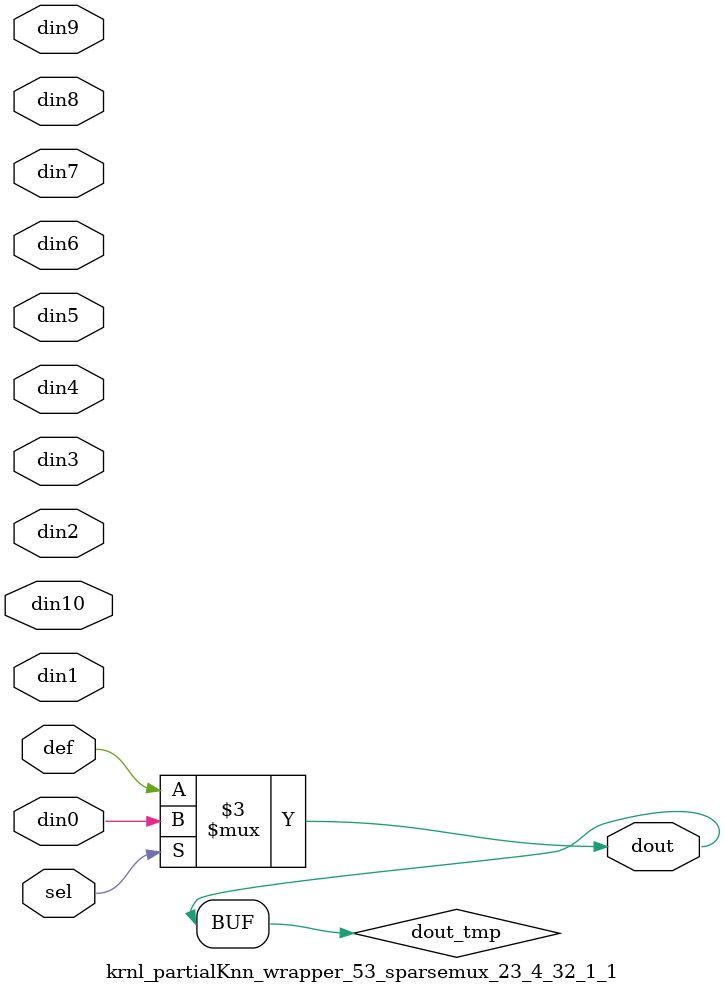
<source format=v>
`timescale 1 ns / 1 ps
module krnl_partialKnn_wrapper_53_sparsemux_23_4_32_1_1 (din0,din1,din2,din3,din4,din5,din6,din7,din8,din9,din10,def,sel,dout);
parameter din0_WIDTH = 1;
parameter din1_WIDTH = 1;
parameter din2_WIDTH = 1;
parameter din3_WIDTH = 1;
parameter din4_WIDTH = 1;
parameter din5_WIDTH = 1;
parameter din6_WIDTH = 1;
parameter din7_WIDTH = 1;
parameter din8_WIDTH = 1;
parameter din9_WIDTH = 1;
parameter din10_WIDTH = 1;
parameter def_WIDTH = 1;
parameter sel_WIDTH = 1;
parameter dout_WIDTH = 1;
parameter [sel_WIDTH-1:0] CASE0 = 1;
parameter [sel_WIDTH-1:0] CASE1 = 1;
parameter [sel_WIDTH-1:0] CASE2 = 1;
parameter [sel_WIDTH-1:0] CASE3 = 1;
parameter [sel_WIDTH-1:0] CASE4 = 1;
parameter [sel_WIDTH-1:0] CASE5 = 1;
parameter [sel_WIDTH-1:0] CASE6 = 1;
parameter [sel_WIDTH-1:0] CASE7 = 1;
parameter [sel_WIDTH-1:0] CASE8 = 1;
parameter [sel_WIDTH-1:0] CASE9 = 1;
parameter [sel_WIDTH-1:0] CASE10 = 1;
parameter ID = 1;
parameter NUM_STAGE = 1;
input [din0_WIDTH-1:0] din0;
input [din1_WIDTH-1:0] din1;
input [din2_WIDTH-1:0] din2;
input [din3_WIDTH-1:0] din3;
input [din4_WIDTH-1:0] din4;
input [din5_WIDTH-1:0] din5;
input [din6_WIDTH-1:0] din6;
input [din7_WIDTH-1:0] din7;
input [din8_WIDTH-1:0] din8;
input [din9_WIDTH-1:0] din9;
input [din10_WIDTH-1:0] din10;
input [def_WIDTH-1:0] def;
input [sel_WIDTH-1:0] sel;
output [dout_WIDTH-1:0] dout;
reg [dout_WIDTH-1:0] dout_tmp;
always @ (*) begin
case (sel)
    
    CASE0 : dout_tmp = din0;
    
    CASE1 : dout_tmp = din1;
    
    CASE2 : dout_tmp = din2;
    
    CASE3 : dout_tmp = din3;
    
    CASE4 : dout_tmp = din4;
    
    CASE5 : dout_tmp = din5;
    
    CASE6 : dout_tmp = din6;
    
    CASE7 : dout_tmp = din7;
    
    CASE8 : dout_tmp = din8;
    
    CASE9 : dout_tmp = din9;
    
    CASE10 : dout_tmp = din10;
    
    default : dout_tmp = def;
endcase
end
assign dout = dout_tmp;
endmodule
</source>
